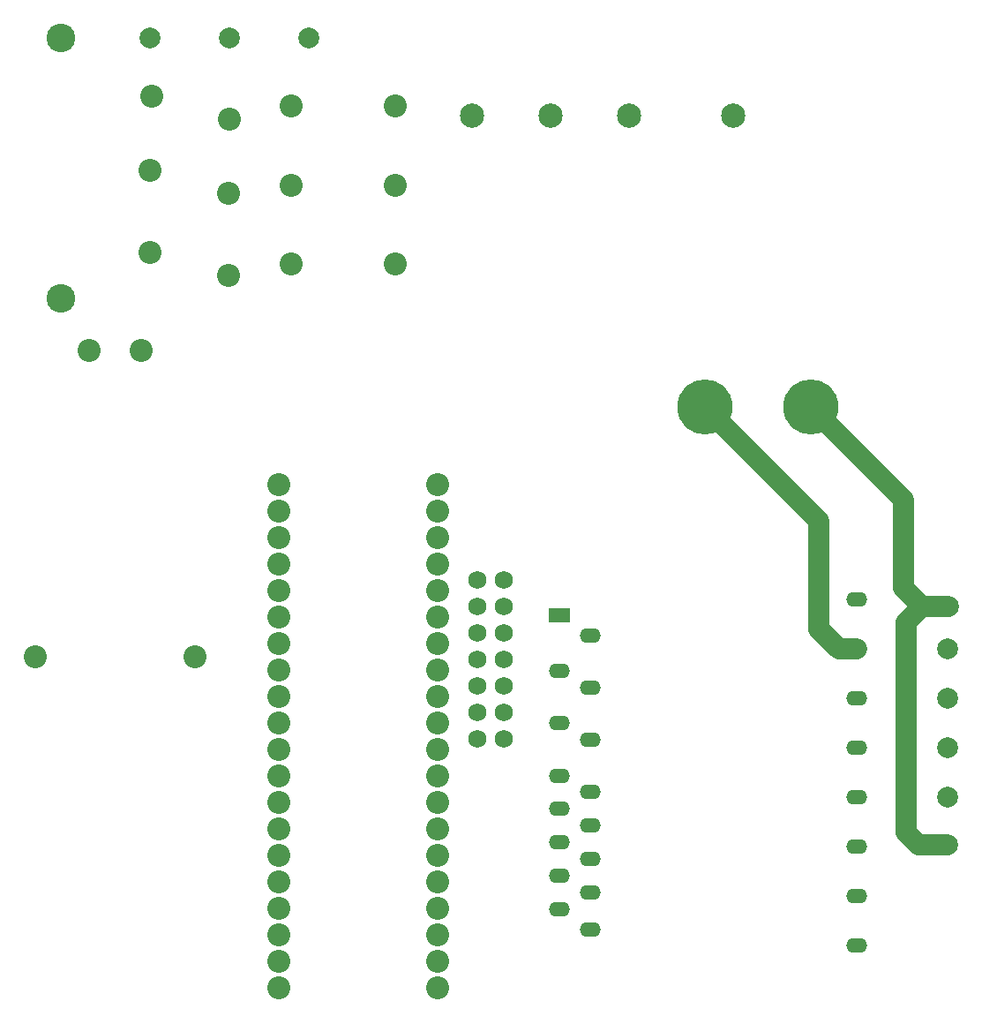
<source format=gbs>
G04*
G04 #@! TF.GenerationSoftware,Altium Limited,Altium Designer,19.0.12 (326)*
G04*
G04 Layer_Color=16711935*
%FSLAX25Y25*%
%MOIN*%
G70*
G01*
G75*
%ADD47C,0.06800*%
%ADD48C,0.09186*%
%ADD49C,0.07874*%
%ADD50C,0.08674*%
%ADD51C,0.10800*%
%ADD52C,0.20800*%
%ADD54O,0.08674X0.08674*%
%ADD55O,0.07874X0.05512*%
%ADD56R,0.07874X0.05512*%
%ADD76C,0.08000*%
D47*
X340000Y372000D02*
D03*
X350000D02*
D03*
X340000Y362000D02*
D03*
X350000D02*
D03*
X340000Y352000D02*
D03*
X350000D02*
D03*
X340000Y342000D02*
D03*
X350000D02*
D03*
X340000Y332000D02*
D03*
X350000D02*
D03*
X340000Y322000D02*
D03*
X350000D02*
D03*
X340000Y312000D02*
D03*
X350000D02*
D03*
D48*
X338188Y547400D02*
D03*
X367715D02*
D03*
X397243D02*
D03*
X436613D02*
D03*
D49*
X276500Y576613D02*
D03*
X246500D02*
D03*
X216400D02*
D03*
X517600Y272000D02*
D03*
Y308662D02*
D03*
Y327284D02*
D03*
Y345906D02*
D03*
X518000Y362000D02*
D03*
X517600Y290000D02*
D03*
D50*
X245928Y486939D02*
D03*
X216400Y495600D02*
D03*
X245928Y518000D02*
D03*
X216400Y526661D02*
D03*
X216972Y554661D02*
D03*
X246500Y546000D02*
D03*
X309000Y551000D02*
D03*
X269630D02*
D03*
X269800Y521000D02*
D03*
X309170D02*
D03*
Y491200D02*
D03*
X269800D02*
D03*
X265100Y217900D02*
D03*
Y227900D02*
D03*
Y237900D02*
D03*
Y247900D02*
D03*
Y257900D02*
D03*
Y267900D02*
D03*
Y277900D02*
D03*
Y287900D02*
D03*
Y297900D02*
D03*
Y307900D02*
D03*
Y317900D02*
D03*
Y327900D02*
D03*
Y337900D02*
D03*
Y347900D02*
D03*
Y357900D02*
D03*
Y367900D02*
D03*
Y377900D02*
D03*
Y387900D02*
D03*
Y397900D02*
D03*
Y407900D02*
D03*
X325100D02*
D03*
Y397900D02*
D03*
Y387900D02*
D03*
Y377900D02*
D03*
Y367900D02*
D03*
Y357900D02*
D03*
Y347900D02*
D03*
Y337900D02*
D03*
Y327900D02*
D03*
Y317900D02*
D03*
Y307900D02*
D03*
Y297900D02*
D03*
Y287900D02*
D03*
Y277900D02*
D03*
Y267900D02*
D03*
Y257900D02*
D03*
Y247900D02*
D03*
Y237900D02*
D03*
Y227900D02*
D03*
X213028Y458748D02*
D03*
X193342D02*
D03*
X172870Y343000D02*
D03*
X233500D02*
D03*
D51*
X182800Y576613D02*
D03*
Y478187D02*
D03*
D52*
X426000Y437500D02*
D03*
X466000D02*
D03*
D54*
X325100Y217900D02*
D03*
D55*
X370883Y337540D02*
D03*
X382694Y311556D02*
D03*
X370883Y317855D02*
D03*
Y247776D02*
D03*
Y298170D02*
D03*
Y285572D02*
D03*
Y272973D02*
D03*
Y260375D02*
D03*
X483481Y308662D02*
D03*
Y290040D02*
D03*
Y327284D02*
D03*
Y345906D02*
D03*
Y364528D02*
D03*
Y271418D02*
D03*
Y252796D02*
D03*
Y234174D02*
D03*
X382694Y331241D02*
D03*
Y239902D02*
D03*
Y254076D02*
D03*
Y266674D02*
D03*
Y279272D02*
D03*
Y291871D02*
D03*
Y350926D02*
D03*
D56*
X370883Y358800D02*
D03*
D76*
X469000Y353500D02*
X476594Y345906D01*
X483481D01*
X469000Y353500D02*
Y394500D01*
X426000Y437500D02*
X469000Y394500D01*
X466000Y437500D02*
X501000Y402500D01*
Y369000D02*
Y402500D01*
Y369000D02*
X508000Y362000D01*
X502000Y356000D02*
X508000Y362000D01*
X518000D01*
X502000Y276686D02*
Y356000D01*
Y276686D02*
X506686Y272000D01*
X517600D01*
M02*

</source>
